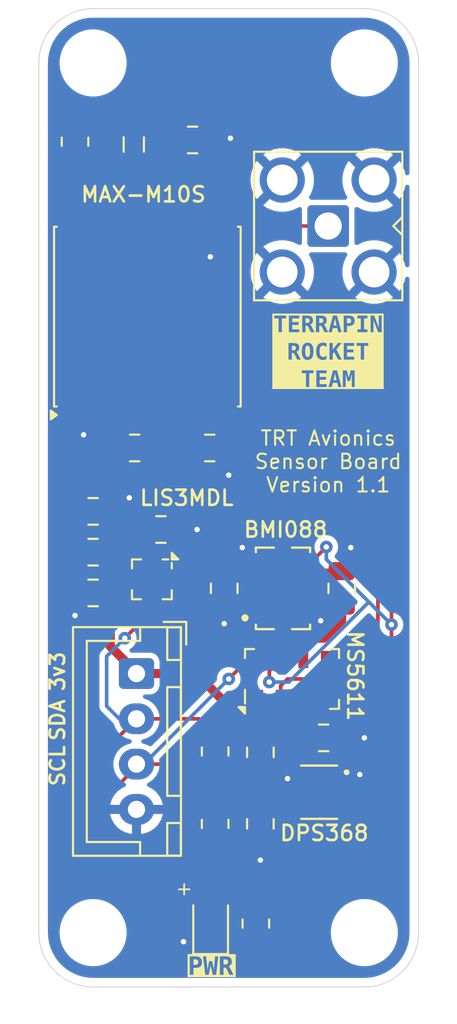
<source format=kicad_pcb>
(kicad_pcb (version 20240108) (generator "pcbnew") (generator_version "8.0")
  (layers (0 "F.Cu" signal) (31 "B.Cu" signal) (34 "B.Paste" user) (35 "F.Paste" user) (36 "B.SilkS" user "B.Silkscreen") (37 "F.SilkS" user "F.Silkscreen") (38 "B.Mask" user) (39 "F.Mask" user) (44 "Edge.Cuts" user))
  (net 0 "")
  (net 1 "GND")
  (net 2 "+3.3V")
  (net 3 "/RF_IN")
  (net 4 "/Antenna Power")
  (net 5 "Net-(U2-C1)")
  (net 7 "/VCC_RF")
  (net 13 "SCL1")
  (net 14 "SDA1")
  (net 27 "Net-(D1-A)")
  (footprint "Capacitor_SMD:C_0805_2012Metric" (layer "F.Cu") (at 99.25 79 -90)
    (property "Reference" "C3" (hide yes))
    (property "Value" "100n")
    (fp_line (start -0.261252 0.735) (end 0.261252 0.735) (stroke (width 0.12)) (layer "F.SilkS"))
    (fp_line (start -0.261252 -0.735) (end 0.261252 -0.735) (stroke (width 0.12)) (layer "F.SilkS"))
    (pad "1" smd roundrect (at -0.95 0 270) (size 1 1.45) (layers "F.Cu" "F.Paste" "F.Mask") (net 2 "+3.3V"))
    (pad "2" smd roundrect (at 0.95 0 270) (size 1 1.45) (layers "F.Cu" "F.Paste" "F.Mask") (net 1 "GND"))
  )
  (footprint "LED_SMD:LED_0805_2012Metric" (layer "F.Cu") (at 98.5 97.5 90)
    (property "Reference" "D1" (hide yes))
    (property "Value" "PWR" (hide yes))
    (fp_line (start 1 -0.96) (end -1.685 -0.96) (stroke (width 0.12)) (layer "F.SilkS"))
    (fp_line (start -1.685 -0.96) (end -1.685 0.96) (stroke (width 0.12)) (layer "F.SilkS"))
    (fp_line (start -1.685 0.96) (end 1 0.96) (stroke (width 0.12)) (layer "F.SilkS"))
    (pad "1" smd roundrect (at -0.9375 0 90) (size 0.975 1.4) (layers "F.Cu" "F.Paste" "F.Mask") (net 1 "GND"))
    (pad "2" smd roundrect (at 0.9375 0 90) (size 0.975 1.4) (layers "F.Cu" "F.Paste" "F.Mask") (net 27 "Net-(D1-A)"))
  )
  (footprint "BMI088:PQFN50P450X300X100-16N" (layer "F.Cu") (at 102.5 79 90)
    (property "Reference" "U1" (hide yes))
    (property "Value" "BMI088")
    (fp_line (start 2.25 -1.5) (end 2 -1.5) (stroke (width 0.127)) (layer "F.SilkS"))
    (fp_line (start -2.25 -1.5) (end -2 -1.5) (stroke (width 0.127)) (layer "F.SilkS"))
    (fp_line (start 2.25 -0.5) (end 2.25 -1.5) (stroke (width 0.127)) (layer "F.SilkS"))
    (fp_line (start -2.25 -0.5) (end -2.25 -1.5) (stroke (width 0.127)) (layer "F.SilkS"))
    (fp_line (start 2.25 0.5) (end 2.25 1.5) (stroke (width 0.127)) (layer "F.SilkS"))
    (fp_line (start 2.25 1.5) (end 2 1.5) (stroke (width 0.127)) (layer "F.SilkS"))
    (fp_line (start -2 1.5) (end -2.25 1.5) (stroke (width 0.127)) (layer "F.SilkS"))
    (fp_line (start -2.25 1.5) (end -2.25 0.5) (stroke (width 0.127)) (layer "F.SilkS"))
    (fp_circle (center -1.629 -2.1) (end -1.529 -2.1) (stroke (width 0.2)) (fill none) (layer "F.SilkS"))
    (pad "1" smd rect (at -1.5 -1.165 90) (size 0.35 0.59) (layers "F.Cu" "F.Paste" "F.Mask"))
    (pad "2" smd rect (at -1 -1.165 90) (size 0.35 0.59) (layers "F.Cu" "F.Paste" "F.Mask") (net 1 "GND"))
    (pad "3" smd rect (at -0.5 -1.165 90) (size 0.35 0.59) (layers "F.Cu" "F.Paste" "F.Mask") (net 2 "+3.3V"))
    (pad "4" smd rect (at 0 -1.165 90) (size 0.35 0.59) (layers "F.Cu" "F.Paste" "F.Mask") (net 1 "GND"))
    (pad "5" smd rect (at 0.5 -1.165 90) (size 0.35 0.59) (layers "F.Cu" "F.Paste" "F.Mask"))
    (pad "6" smd rect (at 1 -1.165 90) (size 0.35 0.59) (layers "F.Cu" "F.Paste" "F.Mask") (net 1 "GND"))
    (pad "7" smd rect (at 1.5 -1.165 90) (size 0.35 0.59) (layers "F.Cu" "F.Paste" "F.Mask") (net 2 "+3.3V"))
    (pad "8" smd rect (at 1.915 0 90) (size 0.59 0.35) (layers "F.Cu" "F.Paste" "F.Mask") (net 13 "SCL1"))
    (pad "9" smd rect (at 1.5 1.165 90) (size 0.35 0.59) (layers "F.Cu" "F.Paste" "F.Mask") (net 14 "SDA1"))
    (pad "10" smd rect (at 1 1.165 90) (size 0.35 0.59) (layers "F.Cu" "F.Paste" "F.Mask") (net 1 "GND"))
    (pad "11" smd rect (at 0.5 1.165 90) (size 0.35 0.59) (layers "F.Cu" "F.Paste" "F.Mask") (net 2 "+3.3V"))
    (pad "12" smd rect (at 0 1.165 90) (size 0.35 0.59) (layers "F.Cu" "F.Paste" "F.Mask"))
    (pad "13" smd rect (at -0.5 1.165 90) (size 0.35 0.59) (layers "F.Cu" "F.Paste" "F.Mask"))
    (pad "14" smd rect (at -1 1.165 90) (size 0.35 0.59) (layers "F.Cu" "F.Paste" "F.Mask") (net 2 "+3.3V"))
    (pad "15" smd rect (at -1.5 1.165 90) (size 0.35 0.59) (layers "F.Cu" "F.Paste" "F.Mask") (net 1 "GND"))
    (pad "16" smd rect (at -1.915 0 90) (size 0.59 0.35) (layers "F.Cu" "F.Paste" "F.Mask"))
  )
  (footprint "Capacitor_SMD:C_0805_2012Metric" (layer "F.Cu") (at 104.75 87.25)
    (property "Reference" "C10" (hide yes))
    (property "Value" "100n")
    (fp_line (start -0.261252 -0.735) (end 0.261252 -0.735) (stroke (width 0.12)) (layer "F.SilkS"))
    (fp_line (start -0.261252 0.735) (end 0.261252 0.735) (stroke (width 0.12)) (layer "F.SilkS"))
    (pad "1" smd roundrect (at -0.95 0) (size 1 1.45) (layers "F.Cu" "F.Paste" "F.Mask") (net 2 "+3.3V"))
    (pad "2" smd roundrect (at 0.95 0) (size 1 1.45) (layers "F.Cu" "F.Paste" "F.Mask") (net 1 "GND"))
  )
  (footprint "MountingHole:MountingHole_3.2mm_M3" (layer "F.Cu") (at 92 50)
    (property "Reference" "H2" (hide yes))
    (property "Value" "MountingHole")
    (pad "" np_thru_hole circle (at 0 0) (size 3.2 3.2) (drill 3.2) (layers "*.Cu" "*.Mask"))
  )
  (footprint "Capacitor_SMD:C_0805_2012Metric" (layer "F.Cu") (at 95.75 75.75)
    (property "Reference" "C9" (hide yes))
    (property "Value" "100n")
    (fp_line (start -0.261252 -0.735) (end 0.261252 -0.735) (stroke (width 0.12)) (layer "F.SilkS"))
    (fp_line (start -0.261252 0.735) (end 0.261252 0.735) (stroke (width 0.12)) (layer "F.SilkS"))
    (pad "1" smd roundrect (at -0.95 0) (size 1 1.45) (layers "F.Cu" "F.Paste" "F.Mask") (net 5 "Net-(U2-C1)"))
    (pad "2" smd roundrect (at 0.95 0) (size 1 1.45) (layers "F.Cu" "F.Paste" "F.Mask") (net 1 "GND"))
  )
  (footprint "Inductor_SMD:L_0805_2012Metric" (layer "F.Cu") (at 94.25 54.5 -90)
    (property "Reference" "L1" (hide yes))
    (property "Value" "27n")
    (fp_line (start -0.399622 0.56) (end 0.399622 0.56) (stroke (width 0.12)) (layer "F.SilkS"))
    (fp_line (start -0.399622 -0.56) (end 0.399622 -0.56) (stroke (width 0.12)) (layer "F.SilkS"))
    (pad "1" smd roundrect (at -1.0625 0 270) (size 0.875 1.2) (layers "F.Cu" "F.Paste" "F.Mask") (net 4 "/Antenna Power"))
    (pad "2" smd roundrect (at 1.0625 0 270) (size 0.875 1.2) (layers "F.Cu" "F.Paste" "F.Mask") (net 3 "/RF_IN"))
  )
  (footprint "Capacitor_SMD:C_0805_2012Metric" (layer "F.Cu") (at 97.5 54.25)
    (property "Reference" "C8" (hide yes))
    (property "Value" "10n")
    (fp_line (start -0.261252 -0.735) (end 0.261252 -0.735) (stroke (width 0.12)) (layer "F.SilkS"))
    (fp_line (start -0.261252 0.735) (end 0.261252 0.735) (stroke (width 0.12)) (layer "F.SilkS"))
    (pad "1" smd roundrect (at -0.95 0) (size 1 1.45) (layers "F.Cu" "F.Paste" "F.Mask") (net 4 "/Antenna Power"))
    (pad "2" smd roundrect (at 0.95 0) (size 1 1.45) (layers "F.Cu" "F.Paste" "F.Mask") (net 1 "GND"))
  )
  (footprint "Resistor_SMD:R_0805_2012Metric" (layer "F.Cu") (at 101 97.5 90)
    (property "Reference" "R2" (hide yes))
    (property "Value" "2k")
    (fp_line (start -0.227064 -0.735) (end 0.227064 -0.735) (stroke (width 0.12)) (layer "F.SilkS"))
    (fp_line (start -0.227064 0.735) (end 0.227064 0.735) (stroke (width 0.12)) (layer "F.SilkS"))
    (pad "1" smd roundrect (at -0.9125 0 90) (size 1.025 1.4) (layers "F.Cu" "F.Paste" "F.Mask") (roundrect_rratio 0.243902) (net 2 "+3.3V"))
    (pad "2" smd roundrect (at 0.9125 0 90) (size 1.025 1.4) (layers "F.Cu" "F.Paste" "F.Mask") (roundrect_rratio 0.243902) (net 27 "Net-(D1-A)"))
  )
  (footprint "MountingHole:MountingHole_3.2mm_M3" (layer "F.Cu") (at 107 98)
    (property "Reference" "H4" (hide yes))
    (property "Value" "MountingHole")
    (pad "" np_thru_hole circle (at 0 0) (size 3.2 3.2) (drill 3.2) (layers "*.Cu" "*.Mask"))
  )
  (footprint "Capacitor_SMD:C_0805_2012Metric" (layer "F.Cu") (at 92 79.25 180)
    (property "Reference" "C6" (hide yes))
    (property "Value" "100n")
    (fp_line (start -0.261252 0.735) (end 0.261252 0.735) (stroke (width 0.12)) (layer "F.SilkS"))
    (fp_line (start -0.261252 -0.735) (end 0.261252 -0.735) (stroke (width 0.12)) (layer "F.SilkS"))
    (pad "1" smd roundrect (at -0.95 0 180) (size 1 1.45) (layers "F.Cu" "F.Paste" "F.Mask") (net 2 "+3.3V"))
    (pad "2" smd roundrect (at 0.95 0 180) (size 1 1.45) (layers "F.Cu" "F.Paste" "F.Mask") (net 1 "GND"))
  )
  (footprint "Resistor_SMD:R_0805_2012Metric" (layer "F.Cu") (at 98.75 88 90)
    (property "Reference" "R3" (hide yes))
    (property "Value" "4k7")
    (fp_line (start -0.227064 -0.735) (end 0.227064 -0.735) (stroke (width 0.12)) (layer "F.SilkS"))
    (fp_line (start -0.227064 0.735) (end 0.227064 0.735) (stroke (width 0.12)) (layer "F.SilkS"))
    (pad "1" smd roundrect (at -0.9125 0 90) (size 1.025 1.4) (layers "F.Cu" "F.Paste" "F.Mask") (roundrect_rratio 0.243902) (net 2 "+3.3V"))
    (pad "2" smd roundrect (at 0.9125 0 90) (size 1.025 1.4) (layers "F.Cu" "F.Paste" "F.Mask") (roundrect_rratio 0.243902) (net 14 "SDA1"))
  )
  (footprint "Capacitor_SMD:C_0805_2012Metric" (layer "F.Cu") (at 94.3 71.25 180)
    (property "Reference" "C2" (hide yes))
    (property "Value" "100n")
    (fp_line (start -0.261252 0.735) (end 0.261252 0.735) (stroke (width 0.12)) (layer "F.SilkS"))
    (fp_line (start -0.261252 -0.735) (end 0.261252 -0.735) (stroke (width 0.12)) (layer "F.SilkS"))
    (pad "1" smd roundrect (at -0.95 0 180) (size 1 1.45) (layers "F.Cu" "F.Paste" "F.Mask") (net 2 "+3.3V"))
    (pad "2" smd roundrect (at 0.95 0 180) (size 1 1.45) (layers "F.Cu" "F.Paste" "F.Mask") (net 1 "GND"))
  )
  (footprint "Package_LGA:LGA-8_3x5mm_P1.25mm" (layer "F.Cu") (at 103 84 90)
    (property "Reference" "U4" (hide yes))
    (property "Value" "MS5611-01BA")
    (fp_line (start 1.65 -2.6) (end 1.65 -2.1) (stroke (width 0.12)) (layer "F.SilkS"))
    (fp_line (start 1.15 -2.6) (end 1.65 -2.6) (stroke (width 0.12)) (layer "F.SilkS"))
    (fp_line (start -1.35 -2.6) (end -0.6 -2.6) (stroke (width 0.12)) (layer "F.SilkS"))
    (fp_line (start 1.65 2.1) (end 1.65 2.6) (stroke (width 0.12)) (layer "F.SilkS"))
    (fp_line (start 1.65 2.6) (end 1.15 2.6) (stroke (width 0.12)) (layer "F.SilkS"))
    (fp_line (start -1.15 2.6) (end -1.65 2.6) (stroke (width 0.12)) (layer "F.SilkS"))
    (fp_line (start -1.65 2.6) (end -1.65 2.1) (stroke (width 0.12)) (layer "F.SilkS"))
    (fp_poly (pts (xy -1.55 -2.6) (xy -1.91 -2.6) (xy -1.55 -2.96) (xy -1.55 -2.6)) (stroke (width 0.12)) (fill solid) (layer "F.SilkS"))
    (pad "1" smd rect (at -1.075 -1.875 90) (size 0.95 0.55) (layers "F.Cu" "F.Paste" "F.Mask") (net 2 "+3.3V"))
    (pad "2" smd rect (at -1.075 -0.625 90) (size 0.95 0.55) (layers "F.Cu" "F.Paste" "F.Mask") (net 2 "+3.3V"))
    (pad "3" smd rect (at -1.075 0.625 90) (size 0.95 0.55) (layers "F.Cu" "F.Paste" "F.Mask") (net 1 "GND"))
    (pad "4" smd rect (at -1.075 1.875 90) (size 0.95 0.55) (layers "F.Cu" "F.Paste" "F.Mask") (net 2 "+3.3V"))
    (pad "5" smd rect (at 1.075 1.875 90) (size 0.95 0.55) (layers "F.Cu" "F.Paste" "F.Mask") (net 2 "+3.3V"))
    (pad "6" smd rect (at 1.075 0.625 90) (size 0.95 0.55) (layers "F.Cu" "F.Paste" "F.Mask"))
    (pad "7" smd rect (at 1.075 -0.625 90) (size 0.95 0.55) (layers "F.Cu" "F.Paste" "F.Mask") (net 14 "SDA1"))
    (pad "8" smd rect (at 1.075 -1.875 90) (size 0.95 0.55) (layers "F.Cu" "F.Paste" "F.Mask") (net 13 "SCL1"))
  )
  (footprint "Capacitor_SMD:C_0805_2012Metric" (layer "F.Cu") (at 101.25 88.05 -90)
    (property "Reference" "C12" (hide yes))
    (property "Value" "100n")
    (fp_line (start -0.261252 0.735) (end 0.261252 0.735) (stroke (width 0.12)) (layer "F.SilkS"))
    (fp_line (start -0.261252 -0.735) (end 0.261252 -0.735) (stroke (width 0.12)) (layer "F.SilkS"))
    (pad "1" smd roundrect (at -0.95 0 270) (size 1 1.45) (layers "F.Cu" "F.Paste" "F.Mask") (net 2 "+3.3V"))
    (pad "2" smd roundrect (at 0.95 0 270) (size 1 1.45) (layers "F.Cu" "F.Paste" "F.Mask") (net 1 "GND"))
  )
  (footprint "Connector_JST:JST_XH_B4B-XH-A_1x04_P2.50mm_Vertical" (layer "F.Cu") (at 94.4 83.7 -90)
    (property "Reference" "J1" (hide yes))
    (property "Value" "I2C")
    (fp_line (start -2.56 3.51) (end 10.06 3.51) (stroke (width 0.12)) (layer "F.SilkS"))
    (fp_line (start 10.06 3.51) (end 10.06 -2.46) (stroke (width 0.12)) (layer "F.SilkS"))
    (fp_line (start -1.8 2.75) (end 3.75 2.75) (stroke (width 0.12)) (layer "F.SilkS"))
    (fp_line (start 9.3 2.75) (end 3.75 2.75) (stroke (width 0.12)) (layer "F.SilkS"))
    (fp_line (start -2.55 -0.2) (end -1.8 -0.2) (stroke (width 0.12)) (layer "F.SilkS"))
    (fp_line (start -1.8 -0.2) (end -1.8 2.75) (stroke (width 0.12)) (layer "F.SilkS"))
    (fp_line (start 9.3 -0.2) (end 9.3 2.75) (stroke (width 0.12)) (layer "F.SilkS"))
    (fp_line (start 10.05 -0.2) (end 9.3 -0.2) (stroke (width 0.12)) (layer "F.SilkS"))
    (fp_line (start -2.55 -1.7) (end -0.75 -1.7) (stroke (width 0.12)) (layer "F.SilkS"))
    (fp_line (start -0.75 -1.7) (end -0.75 -2.45) (stroke (width 0.12)) (layer "F.SilkS"))
    (fp_line (start 0.75 -1.7) (end 6.75 -1.7) (stroke (width 0.12)) (layer "F.SilkS"))
    (fp_line (start 6.75 -1.7) (end 6.75 -2.45) (stroke (width 0.12)) (layer "F.SilkS"))
    (fp_line (start 8.25 -1.7) (end 10.05 -1.7) (stroke (width 0.12)) (layer "F.SilkS"))
    (fp_line (start 10.05 -1.7) (end 10.05 -2.45) (stroke (width 0.12)) (layer "F.SilkS"))
    (fp_line (start -2.55 -2.45) (end -2.55 -1.7) (stroke (width 0.12)) (layer "F.SilkS"))
    (fp_line (start -0.75 -2.45) (end -2.55 -2.45) (stroke (width 0.12)) (layer "F.SilkS"))
    (fp_line (start 0.75 -2.45) (end 0.75 -1.7) (stroke (width 0.12)) (layer "F.SilkS"))
    (fp_line (start 6.75 -2.45) (end 0.75 -2.45) (stroke (width 0.12)) (layer "F.SilkS"))
    (fp_line (start 8.25 -2.45) (end 8.25 -1.7) (stroke (width 0.12)) (layer "F.SilkS"))
    (fp_line (start 10.05 -2.45) (end 8.25 -2.45) (stroke (width 0.12)) (layer "F.SilkS"))
    (fp_line (start -2.56 -2.46) (end -2.56 3.51) (stroke (width 0.12)) (layer "F.SilkS"))
    (fp_line (start 10.06 -2.46) (end -2.56 -2.46) (stroke (width 0.12)) (layer "F.SilkS"))
    (fp_line (start -2.85 -2.75) (end -2.85 -1.5) (stroke (width 0.12)) (layer "F.SilkS"))
    (fp_line (start -1.6 -2.75) (end -2.85 -2.75) (stroke (width 0.12)) (layer "F.SilkS"))
    (pad "1" thru_hole roundrect (at 0 0 270) (size 1.7 1.95) (drill 0.95) (layers "*.Cu" "*.Mask") (roundrect_rratio 0.147059) (net 2 "+3.3V"))
    (pad "2" thru_hole oval (at 2.5 0 270) (size 1.7 1.95) (drill 0.95) (layers "*.Cu" "*.Mask") (net 14 "SDA1"))
    (pad "3" thru_hole oval (at 5 0 270) (size 1.7 1.95) (drill 0.95) (layers "*.Cu" "*.Mask") (net 13 "SCL1"))
    (pad "4" thru_hole oval (at 7.5 0 270) (size 1.7 1.95) (drill 0.95) (layers "*.Cu" "*.Mask") (net 1 "GND"))
  )
  (footprint "MountingHole:MountingHole_3.2mm_M3" (layer "F.Cu") (at 92 98)
    (property "Reference" "H3" (hide yes))
    (property "Value" "MountingHole")
    (pad "" np_thru_hole circle (at 0 0) (size 3.2 3.2) (drill 3.2) (layers "*.Cu" "*.Mask"))
  )
  (footprint "Capacitor_SMD:C_0805_2012Metric" (layer "F.Cu") (at 105.75 79 90)
    (property "Reference" "C4" (hide yes))
    (property "Value" "100n")
    (fp_line (start -0.261252 -0.735) (end 0.261252 -0.735) (stroke (width 0.12)) (layer "F.SilkS"))
    (fp_line (start -0.261252 0.735) (end 0.261252 0.735) (stroke (width 0.12)) (layer "F.SilkS"))
    (pad "1" smd roundrect (at -0.95 0 90) (size 1 1.45) (layers "F.Cu" "F.Paste" "F.Mask") (net 2 "+3.3V"))
    (pad "2" smd roundrect (at 0.95 0 90) (size 1 1.45) (layers "F.Cu" "F.Paste" "F.Mask") (net 1 "GND"))
  )
  (footprint "Resistor_SMD:R_0805_2012Metric" (layer "F.Cu") (at 98.75 92 90)
    (property "Reference" "R4" (hide yes))
    (property "Value" "4k7")
    (fp_line (start -0.227064 -0.735) (end 0.227064 -0.735) (stroke (width 0.12)) (layer "F.SilkS"))
    (fp_line (start -0.227064 0.735) (end 0.227064 0.735) (stroke (width 0.12)) (layer "F.SilkS"))
    (pad "1" smd roundrect (at -0.9125 0 90) (size 1.025 1.4) (layers "F.Cu" "F.Paste" "F.Mask") (roundrect_rratio 0.243902) (net 2 "+3.3V"))
    (pad "2" smd roundrect (at 0.9125 0 90) (size 1.025 1.4) (layers "F.Cu" "F.Paste" "F.Mask") (roundrect_rratio 0.243902) (net 13 "SCL1"))
  )
  (footprint "Capacitor_SMD:C_0805_2012Metric" (layer "F.Cu") (at 92 77 180)
    (property "Reference" "C5" (hide yes))
    (property "Value" "100n")
    (fp_line (start -0.261252 0.735) (end 0.261252 0.735) (stroke (width 0.12)) (layer "F.SilkS"))
    (fp_line (start -0.261252 -0.735) (end 0.261252 -0.735) (stroke (width 0.12)) (layer "F.SilkS"))
    (pad "1" smd roundrect (at -0.95 0 180) (size 1 1.45) (layers "F.Cu" "F.Paste" "F.Mask") (net 2 "+3.3V"))
    (pad "2" smd roundrect (at 0.95 0 180) (size 1 1.45) (layers "F.Cu" "F.Paste" "F.Mask") (net 1 "GND"))
  )
  (footprint "Connector_Coaxial:SMA_Amphenol_901-143_Horizontal" (layer "F.Cu") (at 105 59 180)
    (property "Reference" "J2" (hide yes))
    (property "Value" "SMA")
    (fp_line (start 4.1 -4.1) (end 4.1 4.1) (stroke (width 0.12)) (layer "F.SilkS"))
    (fp_line (start -3.6 0) (end -4.1 -0.5) (stroke (width 0.12)) (layer "F.SilkS"))
    (fp_line (start -4.1 4.1) (end 4.1 4.1) (stroke (width 0.12)) (layer "F.SilkS"))
    (fp_line (start -4.1 0.5) (end -3.6 0) (stroke (width 0.12)) (layer "F.SilkS"))
    (fp_line (start -4.1 -4.1) (end 4.1 -4.1) (stroke (width 0.12)) (layer "F.SilkS"))
    (fp_line (start -4.1 -4.1) (end -4.1 4.1) (stroke (width 0.12)) (layer "F.SilkS"))
    (pad "1" thru_hole roundrect (at 0 0 180) (size 2.3 2.3) (drill 1.5) (layers "*.Cu" "*.Mask") (roundrect_rratio 0.087) (net 3 "/RF_IN"))
    (pad "2" thru_hole circle (at -2.54 -2.54 180) (size 2.5 2.5) (drill 1.7) (layers "*.Cu" "*.Mask") (net 1 "GND"))
    (pad "2" thru_hole circle (at -2.54 2.54 180) (size 2.5 2.5) (drill 1.7) (layers "*.Cu" "*.Mask") (net 1 "GND"))
    (pad "2" thru_hole circle (at 2.54 -2.54 180) (size 2.5 2.5) (drill 1.7) (layers "*.Cu" "*.Mask") (net 1 "GND"))
    (pad "2" thru_hole circle (at 2.54 2.54 180) (size 2.5 2.5) (drill 1.7) (layers "*.Cu" "*.Mask") (net 1 "GND"))
  )
  (footprint "RF_GPS:ublox_MAX" (layer "F.Cu") (at 95 64 90)
    (property "Reference" "U3" (hide yes))
    (property "Value" "MAX-M10S")
    (fp_line (start 4.96 -5.16) (end 4.96 -5.01) (stroke (width 0.12)) (layer "F.SilkS"))
    (fp_line (start -4.96 -5.16) (end 4.96 -5.16) (stroke (width 0.12)) (layer "F.SilkS"))
    (fp_line (start -4.96 -5.16) (end -4.96 -5.01) (stroke (width 0.12)) (layer "F.SilkS"))
    (fp_line (start 4.96 5.01) (end 4.96 5.16) (stroke (width 0.12)) (layer "F.SilkS"))
    (fp_line (start -4.96 5.01) (end -4.96 5.16) (stroke (width 0.12)) (layer "F.SilkS"))
    (fp_line (start -4.96 5.16) (end 4.96 5.16) (stroke (width 0.12)) (layer "F.SilkS"))
    (fp_poly (pts (xy -5.43 -5.01) (xy -5.67 -5.34) (xy -5.19 -5.34) (xy -5.43 -5.01)) (stroke (width 0.12)) (fill solid) (layer "F.SilkS"))
    (pad "1" smd roundrect (at -4.75 -4.4 90) (size 1.8 0.7) (layers "F.Cu" "F.Paste" "F.Mask") (net 1 "GND"))
    (pad "2" smd roundrect (at -4.75 -3.3 90) (size 1.8 0.8) (layers "F.Cu" "F.Paste" "F.Mask"))
    (pad "3" smd roundrect (at -4.75 -2.2 90) (size 1.8 0.8) (layers "F.Cu" "F.Paste" "F.Mask"))
    (pad "4" smd roundrect (at -4.75 -1.1 90) (size 1.8 0.8) (layers "F.Cu" "F.Paste" "F.Mask"))
    (pad "5" smd roundrect (at -4.75 0 90) (size 1.8 0.8) (layers "F.Cu" "F.Paste" "F.Mask"))
    (pad "6" smd roundrect (at -4.75 1.1 90) (size 1.8 0.8) (layers "F.Cu" "F.Paste" "F.Mask"))
    (pad "7" smd roundrect (at -4.75 2.2 90) (size 1.8 0.8) (layers "F.Cu" "F.Paste" "F.Mask") (net 2 "+3.3V"))
    (pad "8" smd roundrect (at -4.75 3.3 90) (size 1.8 0.8) (layers "F.Cu" "F.Paste" "F.Mask") (net 2 "+3.3V"))
    (pad "9" smd roundrect (at -4.75 4.4 90) (size 1.8 0.7) (layers "F.Cu" "F.Paste" "F.Mask"))
    (pad "10" smd roundrect (at 4.75 4.4 90) (size 1.8 0.7) (layers "F.Cu" "F.Paste" "F.Mask") (net 1 "GND"))
    (pad "11" smd roundrect (at 4.75 3.3 90) (size 1.8 0.8) (layers "F.Cu" "F.Paste" "F.Mask") (net 3 "/RF_IN"))
    (pad "12" smd roundrect (at 4.75 2.2 90) (size 1.8 0.8) (layers "F.Cu" "F.Paste" "F.Mask") (net 1 "GND"))
    (pad "13" smd roundrect (at 4.75 1.1 90) (size 1.8 0.8) (layers "F.Cu" "F.Paste" "F.Mask"))
    (pad "14" smd roundrect (at 4.75 0 90) (size 1.8 0.8) (layers "F.Cu" "F.Paste" "F.Mask") (net 7 "/VCC_RF"))
    (pad "15" smd roundrect (at 4.75 -1.1 90) (size 1.8 0.8) (layers "F.Cu" "F.Paste" "F.Mask"))
    (pad "16" smd roundrect (at 4.75 -2.2 90) (size 1.8 0.8) (layers "F.Cu" "F.Paste" "F.Mask") (net 14 "SDA1"))
    (pad "17" smd roundrect (at 4.75 -3.3 90) (size 1.8 0.8) (layers "F.Cu" "F.Paste" "F.Mask") (net 13 "SCL1"))
    (pad "18" smd roundrect (at 4.75 -4.4 90) (size 1.8 0.7) (layers "F.Cu" "F.Paste" "F.Mask"))
  )
  (footprint "Capacitor_SMD:C_0805_2012Metric" (layer "F.Cu") (at 92 74.75)
    (property "Reference" "C7" (hide yes))
    (property "Value" "1u")
    (fp_line (start -0.261252 -0.735) (end 0.261252 -0.735) (stroke (width 0.12)) (layer "F.SilkS"))
    (fp_line (start -0.261252 0.735) (end 0.261252 0.735) (stroke (width 0.12)) (layer "F.SilkS"))
    (pad "1" smd roundrect (at -0.95 0) (size 1 1.45) (layers "F.Cu" "F.Paste" "F.Mask") (net 2 "+3.3V"))
    (pad "2" smd roundrect (at 0.95 0) (size 1 1.45) (layers "F.Cu" "F.Paste" "F.Mask") (net 1 "GND"))
  )
  (footprint "Resistor_SMD:R_0805_2012Metric" (layer "F.Cu") (at 91 54.35 90)
    (property "Reference" "R1" (hide yes))
    (property "Value" "10R")
    (fp_line (start -0.227064 -0.735) (end 0.227064 -0.735) (stroke (width 0.12)) (layer "F.SilkS"))
    (fp_line (start -0.227064 0.735) (end 0.227064 0.735) (stroke (width 0.12)) (layer "F.SilkS"))
    (pad "1" smd roundrect (at -0.9125 0 90) (size 1.025 1.4) (layers "F.Cu" "F.Paste" "F.Mask") (roundrect_rratio 0.243902) (net 7 "/VCC_RF"))
    (pad "2" smd roundrect (at 0.9125 0 90) (size 1.025 1.4) (layers "F.Cu" "F.Paste" "F.Mask") (roundrect_rratio 0.243902) (net 4 "/Antenna Power"))
  )
  (footprint "DPS310XTSA1:XDCR_DPS310XTSA1" (layer "F.Cu") (at 104.5 90.25)
    (property "Reference" "U5" (hide yes))
    (property "Value" "DPS310")
    (fp_line (start -1 1.47) (end 1 1.47) (stroke (width 0.127)) (layer "F.SilkS"))
    (fp_line (start 1 -1.47) (end -1 -1.47) (stroke (width 0.127)) (layer "F.SilkS"))
    (fp_circle (center 1.52 -1.1) (end 1.6 -1.1) (stroke (width 0.16)) (fill none) (layer "F.SilkS"))
    (pad "1" smd rect (at 0.725 -0.975) (size 0.35 0.35) (layers "F.Cu" "F.Mask") (net 1 "GND"))
    (pad "2" smd rect (at 0.725 -0.325) (size 0.35 0.35) (layers "F.Cu" "F.Mask"))
    (pad "3" smd rect (at 0.725 0.325) (size 0.35 0.35) (layers "F.Cu" "F.Mask") (net 14 "SDA1"))
    (pad "4" smd rect (at 0.725 0.975) (size 0.35 0.35) (layers "F.Cu" "F.Mask") (net 13 "SCL1"))
    (pad "5" smd rect (at -0.725 0.975) (size 0.35 0.35) (layers "F.Cu" "F.Mask") (net 2 "+3.3V"))
    (pad "6" smd rect (at -0.725 0.325) (size 0.35 0.35) (layers "F.Cu" "F.Mask") (net 2 "+3.3V"))
    (pad "7" smd rect (at -0.725 -0.325) (size 0.35 0.35) (layers "F.Cu" "F.Mask") (net 1 "GND"))
    (pad "8" smd rect (at -0.725 -0.975) (size 0.35 0.35) (layers "F.Cu" "F.Mask") (net 2 "+3.3V"))
  )
  (footprint "MountingHole:MountingHole_3.2mm_M3" (layer "F.Cu") (at 107 50)
    (property "Reference" "H1" (hide yes))
    (property "Value" "MountingHole")
    (pad "" np_thru_hole circle (at 0 0) (size 3.2 3.2) (drill 3.2) (layers "*.Cu" "*.Mask"))
  )
  (footprint "Capacitor_SMD:C_0805_2012Metric" (layer "F.Cu") (at 101.25 92 -90)
    (property "Reference" "C11" (hide yes))
    (property "Value" "100n")
    (fp_line (start -0.261252 0.735) (end 0.261252 0.735) (stroke (width 0.12)) (layer "F.SilkS"))
    (fp_line (start -0.261252 -0.735) (end 0.261252 -0.735) (stroke (width 0.12)) (layer "F.SilkS"))
    (pad "1" smd roundrect (at -0.95 0 270) (size 1 1.45) (layers "F.Cu" "F.Paste" "F.Mask") (net 2 "+3.3V"))
    (pad "2" smd roundrect (at 0.95 0 270) (size 1 1.45) (layers "F.Cu" "F.Paste" "F.Mask") (net 1 "GND"))
  )
  (footprint "Package_LGA:LGA-12_2x2mm_P0.5mm" (layer "F.Cu") (at 95.25 78.5 -90)
    (property "Reference" "U2" (hide yes))
    (property "Value" "LIS3MDL")
    (fp_line (start -1.1 1.1) (end -1.1 0.6) (stroke (width 0.12)) (layer "F.SilkS"))
    (fp_line (start -0.6 1.1) (end -1.1 1.1) (stroke (width 0.12)) (layer "F.SilkS"))
    (fp_line (start 0.6 1.1) (end 0.6 1.1) (stroke (width 0.12)) (layer "F.SilkS"))
    (fp_line (start 1.1 1.1) (end 0.6 1.1) (stroke (width 0.12)) (layer "F.SilkS"))
    (fp_line (start -1.1 0.6) (end -1.1 0.6) (stroke (width 0.12)) (layer "F.SilkS"))
    (fp_line (start 1.1 0.6) (end 1.1 1.1) (stroke (width 0.12)) (layer "F.SilkS"))
    (fp_line (start -1.1 -0.6) (end -1.1 -0.9) (stroke (width 0.12)) (layer "F.SilkS"))
    (fp_line (start 1.1 -0.6) (end 1.1 -0.6) (stroke (width 0.12)) (layer "F.SilkS"))
    (fp_line (start -1.1 -1.1) (end -1.1 -1.1) (stroke (width 0.12)) (layer "F.SilkS"))
    (fp_line (start -0.6 -1.1) (end -0.9 -1.1) (stroke (width 0.12)) (layer "F.SilkS"))
    (fp_line (start 0.6 -1.1) (end 1.1 -1.1) (stroke (width 0.12)) (layer "F.SilkS"))
    (fp_line (start 1.1 -1.1) (end 1.1 -0.6) (stroke (width 0.12)) (layer "F.SilkS"))
    (fp_poly (pts (xy -1.1 -1.1) (xy -1.46 -1.1) (xy -1.1 -1.46) (xy -1.1 -1.1)) (stroke (width 0.12)) (fill solid) (layer "F.SilkS"))
    (pad "1" smd rect (at -0.7625 -0.75 270) (size 0.375 0.35) (layers "F.Cu" "F.Paste" "F.Mask") (net 13 "SCL1"))
    (pad "2" smd rect (at -0.7625 -0.25 270) (size 0.375 0.35) (layers "F.Cu" "F.Paste" "F.Mask") (net 1 "GND"))
    (pad "3" smd rect (at -0.7625 0.25 270) (size 0.375 0.35) (layers "F.Cu" "F.Paste" "F.Mask") (net 1 "GND"))
    (pad "4" smd rect (at -0.7625 0.75 270) (size 0.375 0.35) (layers "F.Cu" "F.Paste" "F.Mask") (net 5 "Net-(U2-C1)"))
    (pad "5" smd rect (at -0.25 0.7625) (size 0.375 0.35) (layers "F.Cu" "F.Paste" "F.Mask") (net 2 "+3.3V"))
    (pad "6" smd rect (at 0.25 0.7625) (size 0.375 0.35) (layers "F.Cu" "F.Paste" "F.Mask") (net 2 "+3.3V"))
    (pad "7" smd rect (at 0.7625 0.75 270) (size 0.375 0.35) (layers "F.Cu" "F.Paste" "F.Mask"))
    (pad "8" smd rect (at 0.7625 0.25 270) (size 0.375 0.35) (layers "F.Cu" "F.Paste" "F.Mask"))
    (pad "9" smd rect (at 0.7625 -0.25 270) (size 0.375 0.35) (layers "F.Cu" "F.Paste" "F.Mask") (net 1 "GND"))
    (pad "10" smd rect (at 0.7625 -0.75 270) (size 0.375 0.35) (layers "F.Cu" "F.Paste" "F.Mask") (net 2 "+3.3V"))
    (pad "11" smd rect (at 0.25 -0.7625) (size 0.375 0.35) (layers "F.Cu" "F.Paste" "F.Mask") (net 14 "SDA1"))
    (pad "12" smd rect (at -0.25 -0.7625) (size 0.375 0.35) (layers "F.Cu" "F.Paste" "F.Mask") (net 1 "GND"))
  )
  (footprint "Capacitor_SMD:C_0805_2012Metric" (layer "F.Cu") (at 98.45 71.25)
    (property "Reference" "C1" (hide yes))
    (property "Value" "100n" (hide yes))
    (fp_line (start -0.261252 -0.735) (end 0.261252 -0.735) (stroke (width 0.12)) (layer "F.SilkS"))
    (fp_line (start -0.261252 0.735) (end 0.261252 0.735) (stroke (width 0.12)) (layer "F.SilkS"))
    (pad "1" smd roundrect (at -0.95 0) (size 1 1.45) (layers "F.Cu" "F.Paste" "F.Mask") (net 2 "+3.3V"))
    (pad "2" smd roundrect (at 0.95 0) (size 1 1.45) (layers "F.Cu" "F.Paste" "F.Mask") (net 1 "GND"))
  )
  (gr_line (start 107 47) (end 92 47) (stroke (width 0.05)) (layer "Edge.Cuts"))
  (gr_arc (start 89 50) (mid 89.87868 47.87868) (end 92 47) (stroke (width 0.05)) (layer "Edge.Cuts"))
  (gr_arc (start 92 101) (mid 89.87868 100.12132) (end 89 98) (stroke (width 0.05)) (layer "Edge.Cuts"))
  (gr_arc (start 107 47) (mid 109.12132 47.87868) (end 110 50) (stroke (width 0.05)) (layer "Edge.Cuts"))
  (gr_line (start 92 101) (end 107 101) (stroke (width 0.05)) (layer "Edge.Cuts"))
  (gr_arc (start 110 98) (mid 109.12132 100.12132) (end 107 101) (stroke (width 0.05)) (layer "Edge.Cuts"))
  (gr_line (start 89 50) (end 89 98) (stroke (width 0.05)) (layer "Edge.Cuts"))
  (gr_line (start 110 98) (end 110 50) (stroke (width 0.05)) (layer "Edge.Cuts"))
  (gr_text "SDA" (at 90.5 87.5 90) (layer "F.SilkS") (effects (font (size 0.8 0.8) (thickness 0.153)) (justify left bottom)))
  (gr_text "+" (at 96.5 96 0) (layer "F.SilkS") (effects (font (size 0.7634 0.7634) (thickness 0.095425)) (justify left bottom)))
  (gr_text "LIS3MDL\n" (at 94.5 74.5 0) (layer "F.SilkS") (effects (font (size 0.8396 0.8396) (thickness 0.1464) (bold yes)) (justify left bottom)))
  (gr_text "DPS368" (at 102.25 93 0) (layer "F.SilkS") (effects (font (size 0.8396 0.8396) (thickness 0.1464) (bold yes)) (justify left bottom)))
  (gr_text "SCL" (at 90.5 90 90) (layer "F.SilkS") (effects (font (size 0.8 0.8) (thickness 0.153)) (justify left bottom)))
  (gr_text "3v3" (at 90.5 84.75 90) (layer "F.SilkS") (effects (font (size 0.8 0.8) (thickness 0.153)) (justify left bottom)))
  (gr_text "PWR" (at 98.5 100.5 0) (layer "F.SilkS" knockout) (effects (font (size 1 1) (thickness 0.25) (bold yes)) (justify bottom)))
  (gr_text "MS5611\n" (at 106 81.25 270) (layer "F.SilkS") (effects (font (size 0.8396 0.8396) (thickness 0.1464) (bold yes)) (justify left bottom)))
  (gr_text "MAX-M10S" (at 91.25 57.75 0) (layer "F.SilkS") (effects (font (size 0.8396 0.8396) (thickness 0.1464)) (justify left bottom)))
  (gr_text "BMI088" (at 100.25 76.25 0) (layer "F.SilkS") (effects (font (size 0.8396 0.8396) (thickness 0.1464) (bold yes)) (justify left bottom)))
  (gr_text "TERRAPIN\nROCKET\nTEAM" (at 105 66 0) (layer "F.SilkS" knockout) (effects (font (size 0.9 0.9) (thickness 0.225) (bold yes))))
  (gr_text "TRT Avionics\nSensor Board\nVersion 1.1" (at 105 72 0) (layer "F.SilkS") (effects (font (size 0.8 0.8) (thickness 0.1125))))
  (segment (start 101.25 89) (end 102.25 89) (width 0.2) (layer "F.Cu") (net 1))
  (segment (start 103.175 89.925) (end 103.775 89.925) (width 0.2) (layer "F.Cu") (net 1))
  (segment (start 99.4 60.15) (end 99.4 59.25) (width 0.5) (layer "F.Cu") (net 1))
  (segment (start 98.54375 54.15625) (end 99.59375 54.15625) (width 0.2) (layer "F.Cu") (net 1))
  (segment (start 91.05 80.45) (end 91 80.5) (width 0.5) (layer "F.Cu") (net 1))
  (segment (start 107 87.25) (end 105.7 87.25) (width 0.5) (layer "F.Cu") (net 1))
  (segment (start 101.335 78) (end 100.5 78) (width 0.2) (layer "F.Cu") (net 1))
  (segment (start 95.55 78.25) (end 95.5 78.2) (width 0.2) (layer "F.Cu") (net 1))
  (segment (start 97.2 59.25) (end 97.2 59.97478) (width 0.5) (layer "F.Cu") (net 1))
  (segment (start 96.7 75.75) (end 97.75 75.75) (width 0.2) (layer "F.Cu") (net 1))
  (segment (start 90.6 69.65) (end 92.2 71.25) (width 0.5) (layer "F.Cu") (net 1))
  (segment (start 98.95 60.6) (end 99.4 60.15) (width 0.5) (layer "F.Cu") (net 1))
  (segment (start 100.5 77) (end 100.5 78.734314) (width 0.2) (layer "F.Cu") (net 1))
  (segment (start 100.5 77) (end 100.25 76.75) (width 0.2) (layer "F.Cu") (net 1))
  (segment (start 96.0125 78.25) (end 95.55 78.25) (width 0.2) (layer "F.Cu") (net 1))
  (segment (start 91.05 77) (end 91.05 79.25) (width 0.5) (layer "F.Cu") (net 1))
  (segment (start 104.3 86.05) (end 104.3 85.3) (width 0.2) (layer "F.Cu") (net 1))
  (segment (start 104.075 85.075) (end 103.625 85.075) (width 0.2) (layer "F.Cu") (net 1))
  (segment (start 99.4 71.25) (end 99.4 72.65) (width 0.5) (layer "F.Cu") (net 1))
  (segment (start 105.7 78) (end 105.75 78.05) (width 0.19) (layer "F.Cu") (net 1))
  (segment (start 97 98.5) (end 98.5 98.5) (width 0.5) (layer "F.Cu") (net 1))
  (segment (start 92.95 74.75) (end 93.25 74.75) (width 0.5) (layer "F.Cu") (net 1))
  (segment (start 98.5 60.682177) (end 98.482177 60.7) (width 0.5) (layer "F.Cu") (net 1))
  (segment (start 98.5 60.6) (end 98.5 60.682177) (width 0.5) (layer "F.Cu") (net 1))
  (segment (start 98.5 60.6) (end 98.95 60.6) (width 0.5) (layer "F.Cu") (net 1))
  (segment (start 105.7 86.95) (end 105 86.25) (width 0.2) (layer "F.Cu") (net 1))
  (segment (start 99.4 72.65) (end 99.5 72.75) (width 0.5) (layer "F.Cu") (net 1))
  (segment (start 102.25 89) (end 103.175 89.925) (width 0.2) (layer "F.Cu") (net 1))
  (segment (start 91.05 79.25) (end 91.05 80.45) (width 0.5) (layer "F.Cu") (net 1))
  (segment (start 95.5 78.2) (end 95.5 77.7375) (width 0.2) (layer "F.Cu") (net 1))
  (segment (start 101.335 80) (end 99.3 80) (width 0.2) (layer "F.Cu") (net 1))
  (segment (start 95.5 79.2625) (end 95.5 77.7375) (width 0.2) (layer "F.Cu") (net 1))
  (segment (start 90.6 68.75) (end 90.6 69.65) (width 0.5) (layer "F.Cu") (net 1))
  (segment (start 93.25 74.75) (end 94 74) (width 0.5) (layer "F.Cu") (net 1))
  (segment (start 97.2 59.97478) (end 97.82522 60.6) (width 0.5) (layer "F.Cu") (net 1))
  (segment (start 104.3 80.5) (end 104.584314 80.784314) (width 0.2) (layer "F.Cu") (net 1))
  (segment (start 101.25 92.95) (end 101.25 94) (width 0.5) (layer "F.Cu") (net 1))
  (segment (start 103.665 80.5) (end 104.3 80.5) (width 0.2) (layer "F.Cu") (net 1))
  (segment (start 96.7 75.75) (end 95.5 76.95) (width 0.2) (layer "F.Cu") (net 1))
  (segment (start 97.82522 60.6) (end 98.5 60.6) (width 0.5) (layer "F.Cu") (net 1))
  (segment (start 100.5 78.734314) (end 100.765686 79) (width 0.2) (layer "F.Cu") (net 1))
  (segment (start 105.75 77.25) (end 106.25 76.75) (width 0.19) (layer "F.Cu") (net 1))
  (segment (start 100.765686 79) (end 101.335 79) (width 0.2) (layer "F.Cu") (net 1))
  (segment (start 95.5 76.95) (end 95.5 77.7375) (width 0.2) (layer "F.Cu") (net 1))
  (segment (start 92.2 71.25) (end 93.35 71.25) (width 0.5) (layer "F.Cu") (net 1))
  (segment (start 104.5 86.25) (end 104.3 86.05) (width 0.2) (layer "F.Cu") (net 1))
  (segment (start 106.75 89.275) (end 105.225 89.275) (width 0.2) (layer "F.Cu") (net 1))
  (segment (start 105 86.25) (end 104.5 86.25) (width 0.2) (layer "F.Cu") (net 1))
  (segment (start 95 77.7375) (end 95.5 77.7375) (width 0.2) (layer "F.Cu") (net 1))
  (segment (start 105.75 78.05) (end 105.75 77.25) (width 0.19) (layer "F.Cu") (net 1))
  (segment (start 103.665 78) (end 105.7 78) (width 0.19) (layer "F.Cu") (net 1))
  (segment (start 104.3 85.3) (end 104.075 85.075) (width 0.2) (layer "F.Cu") (net 1))
  (segment (start 99.25 79.95) (end 99.25 80.95) (width 0.2) (layer "F.Cu") (net 1))
  (via (at 100.25 76.75) (size 0.7) (drill 0.3) (layers "F.Cu" "B.Cu") (net 1))
  (via (at 94 74) (size 0.7) (drill 0.3) (layers "F.Cu" "B.Cu") (net 1))
  (via (at 104.584314 80.784314) (size 0.7) (drill 0.3) (layers "F.Cu" "B.Cu") (net 1))
  (via (at 91.475 70.525) (size 0.7) (drill 0.3) (layers "F.Cu" "B.Cu") (net 1))
  (via (at 99.5 72.75) (size 0.7) (drill 0.3) (layers "F.Cu" "B.Cu") (net 1))
  (via (at 106.75 89.275) (size 0.7) (drill 0.3) (layers "F.Cu" "B.Cu") (net 1))
  (via (at 99.59375 54.15625) (size 0.7) (drill 0.3) (layers "F.Cu" "B.Cu") (net 1))
  (via (at 107 87.25) (size 0.7) (drill 0.3) (layers "F.Cu" "B.Cu") (net 1))
  (via (at 91 80.5) (size 0.7) (drill 0.3) (layers "F.Cu" "B.Cu") (net 1))
  (via (at 102.75 89.5) (size 0.7) (drill 0.3) (layers "F.Cu" "B.Cu") (net 1))
  (via (at 97.75 75.75) (size 0.7) (drill 0.3) (layers "F.Cu" "B.Cu") (net 1))
  (via (at 98.482177 60.7) (size 0.7) (drill 0.3) (layers "F.Cu" "B.Cu") (net 1))
  (via (at 106.25 76.75) (size 0.7) (drill 0.3) (layers "F.Cu" "B.Cu") (net 1))
  (via (at 99.25 80.95) (size 0.7) (drill 0.3) (layers "F.Cu" "B.Cu") (net 1))
  (via (at 101.25 94) (size 0.7) (drill 0.3) (layers "F.Cu" "B.Cu") (net 1))
  (via (at 97 98.5) (size 0.7) (drill 0.3) (layers "F.Cu" "B.Cu") (net 1))
  (segment (start 104.16 78.5) (end 104.75 79.09) (width 0.2) (layer "F.Cu") (net 2))
  (segment (start 96.75 70.25) (end 95.5 70.25) (width 0.5) (layer "F.Cu") (net 2))
  (segment (start 92.95 76.95) (end 91.05 75.05) (width 0.5) (layer "F.Cu") (net 2))
  (segment (start 92.95 82.2) (end 92.95 79.25) (width 0.5) (layer "F.Cu") (net 2))
  (segment (start 104.875 84) (end 104.875 85.075) (width 0.2) (layer "F.Cu") (net 2))
  (segment (start 103.775 87.725) (end 103.775 89.275) (width 0.2) (layer "F.Cu") (net 2))
  (segment (start 97.2 69.8) (end 96.75 70.25) (width 0.5) (layer "F.Cu") (net 2))
  (segment (start 97.5 71.25) (end 95.25 71.25) (width 0.5) (layer "F.Cu") (net 2))
  (segment (start 101.335 79.5) (end 100.7 79.5) (width 0.2) (layer "F.Cu") (net 2))
  (segment (start 99.25 76.625) (end 99.25 78.05) (width 0.2) (layer "F.Cu") (net 2))
  (segment (start 100.3 92) (end 99.6625 92) (width 0.5) (layer "F.Cu") (net 2))
  (segment (start 97.75 81.75) (end 97.75 79.25) (width 0.5) (layer "F.Cu") (net 2))
  (segment (start 102.5 98) (end 102.5 95.5) (width 0.5) (layer "F.Cu") (net 2))
  (segment (start 94.4 83.7) (end 97.5 83.7) (width 0.5) (layer "F.Cu") (net 2))
  (segment (start 97.7 83.7) (end 97.75 83.65) (width 0.5) (layer "F.Cu") (net 2))
  (segment (start 103.775 91.225) (end 103.775 90.575) (width 0.2) (layer "F.Cu") (net 2))
  (segment (start 105.75 80.75) (end 105.75 79.95) (width 0.5) (layer "F.Cu") (net 2))
  (segment (start 104.75 79.09) (end 104.75 80) (width 0.2) (layer "F.Cu") (net 2))
  (segment (start 94.4 83.65) (end 92.95 82.2) (width 0.5) (layer "F.Cu") (net 2))
  (segment (start 94.4875 78.25) (end 94.2 78.25) (width 0.2) (layer "F.Cu") (net 2))
  (segment (start 98 71.25) (end 98.3 70.95) (width 0.5) (layer "F.Cu") (net 2))
  (segment (start 96 79.725) (end 95.725 80) (width 0.2) (layer "F.Cu") (net 2))
  (segment (start 103.775 90.575) (end 102.95 90.575) (width 0.2) (layer "F.Cu") (net 2))
  (segment (start 100.96875 91.05) (end 98.83125 88.9125) (width 0.5) (layer "F.Cu") (net 2))
  (segment (start 101.335 76.585) (end 100.85 76.1) (width 0.2) (layer "F.Cu") (net 2))
  (segment (start 96 79.2625) (end 96 79.725) (width 0.2) (layer "F.Cu") (net 2))
  (segment (start 98.3 70.95) (end 98.3 68.75) (width 0.5) (layer "F.Cu") (net 2))
  (segment (start 102.6 87.1) (end 102.75 87.25) (width 0.5) (layer "F.Cu") (net 2))
  (segment (start 97.7 83.7) (end 101.1 87.1) (width 0.5) (layer "F.Cu") (net 2))
  (segment (start 99.775 76.1) (end 99.25 76.625) (width 0.2) (layer "F.Cu") (net 2))
  (segment (start 97.75 83.65) (end 97.75 81.75) (width 0.5) (layer "F.Cu") (net 2))
  (segment (start 91.05 74.75) (end 92.8 73) (width 0.5) (layer "F.Cu") (net 2))
  (segment (start 102.475 91.05) (end 101.25 91.05) (width 0.2) (layer "F.Cu") (net 2))
  (segment (start 103.665 80) (end 104.75 80) (width 0.2) (layer "F.Cu") (net 2))
  (segment (start 102.0875 98.4125) (end 102.5 98) (width 0.5) (layer "F.Cu") (net 2))
  (segment (start 102.375 84.375) (end 102.375 85.075) (width 0.2) (layer "F.Cu") (net 2))
  (segment (start 101.25 91.05) (end 100.3 92) (width 0.5) (layer "F.Cu") (net 2))
  (segment (start 102.5 95.5) (end 102 95) (width 0.5) (layer "F.Cu") (net 2))
  (segment (start 99.0875 88.9125) (end 100.9 87.1) (width 0.5) (layer "F.Cu") (net 2))
  (segment (start 92.8 73) (end 93.5 73) (width 0.5) (layer "F.Cu") (net 2))
  (segment (start 104.875 82.925) (end 104.875 84) (width 0.2) (layer "F.Cu") (net 2))
  (segment (start 97.5 71.25) (end 98 71.25) (width 0.5) (layer "F.Cu") (net 2))
  (segment (start 97.2 68.75) (end 97.2 69.8) (width 0.5) (layer "F.Cu") (net 2))
  (segment (start 94.2 78.25) (end 92.95 77) (width 0.2) (layer "F.Cu") (net 2))
  (segment (start 97.75 79.25) (end 98.95 78.05) (width 0.5) (layer "F.Cu") (net 2))
  (segment (start 104.75 80) (end 105.7 80) (width 0.2) (layer "F.Cu") (net 2))
  (segment (start 102.825 85.075) (end 103 85.25) (width 0.2) (layer "F.Cu") (net 2))
  (segment (start 101.335 77.5) (end 101.335 76.585) (width 0.2) (layer "F.Cu") (net 2))
  (segment (start 95.5 70.25) (end 95.25 70.5) (width 0.5) (layer "F.Cu") (net 2))
  (segment (start 104.875 84) (end 102.75 84) (width 0.2) (layer "F.Cu") (net 2))
  (segment (start 102.75 84) (end 102.375 84.375) (width 0.2) (layer "F.Cu") (net 2))
  (segment (start 103 85.25) (end 103 86.45) (width 0.2) (layer "F.Cu") (net 2))
  (segment (start 103 86.45) (end 103.8 87.25) (width 0.2) (layer "F.Cu") (net 2))
  (segment (start 95.725 80) (end 93.7 80) (width 0.2) (layer "F.Cu") (net 2))
  (segment (start 102 95) (end 99.5 95) (width 0.5) (layer "F.Cu") (net 2))
  (segment (start 99.6625 92) (end 98.75 92.9125) (width 0.5) (layer "F.Cu") (net 2))
  (segment (start 100.85 76.1) (end 99.775 76.1) (width 0.2) (layer "F.Cu") (net 2))
  (segment (start 92.95 79.25) (end 92.95 77) (width 0.5) (layer "F.Cu") (net 2))
  (segment (start 93.5 73) (end 95.25 71.25) (width 0.5) (layer "F.Cu") (net 2))
  (segment (start 104.75 81.75) (end 105.75 80.75) (width 0.5) (layer "F.Cu") (net 2))
  (segment (start 101.25 87.1) (end 102.6 87.1) (width 0.5) (layer "F.Cu") (net 2))
  (segment (start 102.375 85.075) (end 102.825 85.075) (width 0.2) (layer "F.Cu") (net 2))
  (segment (start 94.4875 78.75) (end 93.45 78.75) (width 0.2) (layer "F.Cu") (net 2))
  (segment (start 93.45 78.75) (end 92.95 79.25) (width 0.2) (layer "F.Cu") (net 2))
  (segment (start 99.5 95) (end 98.75 94.25) (width 0.5) (layer "F.Cu") (net 2))
  (segment (start 102.75 87.25) (end 103.8 87.25) (width 0.5) (layer "F.Cu") (net 2))
  (segment (start 100.7 79.5) (end 99.25 78.05) (width 0.2) (layer "F.Cu") (net 2))
  (segment (start 103.665 78.5) (end 104.16 78.5) (width 0.2) (layer "F.Cu") (net 2))
  (segment (start 97.75 81.75) (end 104.75 81.75) (width 0.5) (layer "F.Cu") (net 2))
  (segment (start 101 98.4125) (end 102.0875 98.4125) (width 0.5) (layer "F.Cu") (net 2))
  (segment (start 93.7 80) (end 92.95 79.25) (width 0.2) (layer "F.Cu") (net 2))
  (segment (start 97.5 83.7) (end 97.7 83.7) (width 0.5) (layer "F.Cu") (net 2))
  (segment (start 95.25 70.5) (end 95.25 71.25) (width 0.5) (layer "F.Cu") (net 2))
  (segment (start 98.75 94.25) (end 98.75 92.9125) (width 0.5) (layer "F.Cu") (net 2))
  (segment (start 102.375 85.075) (end 101.125 85.075) (width 0.2) (layer "F.Cu") (net 2))
  (segment (start 102.95 90.575) (end 102.475 91.05) (width 0.2) (layer "F.Cu") (net 2))
  (segment (start 101.234765 59) (end 99.984765 57.75) (width 0.19) (layer "F.Cu") (net 3))
  (segment (start 105 59) (end 101.234765 59) (width 0.19) (layer "F.Cu") (net 3))
  (segment (start 98.3 57.8) (end 98.3 59.25) (width 0.19) (layer "F.Cu") (net 3))
  (segment (start 96.0625 55.5625) (end 98.3 57.8) (width 0.19) (layer "F.Cu") (net 3))
  (segment (start 99.984765 57.75) (end 98.3 57.75) (width 0.19) (layer "F.Cu") (net 3))
  (segment (start 94.25 55.5625) (end 96.0625 55.5625) (width 0.19) (layer "F.Cu") (net 3))
  (segment (start 96.64375 54.15625) (end 95.15625 54.15625) (width 0.5) (layer "F.Cu") (net 4))
  (segment (start 91.09375 53.34375) (end 94.34375 53.34375) (width 0.5) (layer "F.Cu") (net 4))
  (segment (start 95.15625 54.15625) (end 94.34375 53.34375) (width 0.5) (layer "F.Cu") (net 4))
  (segment (start 94.5 77.7375) (end 94.5 76.05) (width 0.2) (layer "F.Cu") (net 5))
  (segment (start 94.65 58) (end 93.7375 58) (width 0.2) (layer "F.Cu") (net 7))
  (segment (start 95 58.35) (end 94.65 58) (width 0.2) (layer "F.Cu") (net 7))
  (segment (start 93.7375 58) (end 91 55.2625) (width 0.2) (layer "F.Cu") (net 7))
  (segment (start 95 59.25) (end 95 58.35) (width 0.2) (layer "F.Cu") (net 7))
  (segment (start 99.269116 97.5) (end 97.961768 97.5) (width 0.2) (layer "F.Cu") (net 13))
  (segment (start 96.25 62.5) (end 93.5 62.5) (width 0.2) (layer "F.Cu") (net 13))
  (segment (start 94.4 88.85) (end 94.4 88.7) (width 0.2) (layer "F.Cu") (net 13))
  (segment (start 96.3625 88.7) (end 94.4 88.7) (width 0.2) (layer "F.Cu") (net 13))
  (segment (start 105.225 91.225) (end 105.225 93.525) (width 0.2) (layer "F.Cu") (net 13))
  (segment (start 92.75 90.5) (end 94.4 88.85) (width 0.2) (layer "F.Cu") (net 13))
  (segment (start 107.75 78.080761) (end 107.75 74) (width 0.2) (layer "F.Cu") (net 13))
  (segment (start 103 75.75) (end 101.5 75.75) (width 0.2) (layer "F.Cu") (net 13))
  (segment (start 102.5 75.75) (end 102.5 77.085) (width 0.2) (layer "F.Cu") (net 13))
  (segment (start 104.5 88.75) (end 104.75 88.5) (width 0.2) (layer "F.Cu") (net 13))
  (segment (start 103 75.75) (end 102.5 75.75) (width 0.2) (layer "F.Cu") (net 13))
  (segment (start 107.75 75.75) (end 103 75.75) (width 0.2) (layer "F.Cu") (net 13))
  (segment (start 99.5 84) (end 100.575 82.925) (width 0.2) (layer "F.Cu") (net 13))
  (segment (start 107 88.5) (end 107.75 87.75) (width 0.2) (layer "F.Cu") (net 13))
  (segment (start 100.575 82.925) (end 101.125 82.925) (width 0.2) (layer "F.Cu") (net 13))
  (segment (start 98.919239 75.5) (end 96.681739 77.7375) (width 0.2) (layer "F.Cu") (net 13))
  (segment (start 104.5 90.875) (end 104.5 88.75) (width 0.2) (layer "F.Cu") (net 13))
  (segment (start 103.25 98.527818) (end 102.277818 99.5) (width 0.2) (layer "F.Cu") (net 13))
  (segment (start 97.961768 97.5) (end 92.75 92.288232) (width 0.2) (layer "F.Cu") (net 13))
  (segment (start 107.75 78.080761) (end 107.75 75.75) (width 0.2) (layer "F.Cu") (net 13))
  (segment (start 101.5 75.75) (end 101.25 75.5) (width 0.2) (layer "F.Cu") (net 13))
  (segment (start 96.681739 77.7375) (end 96 77.7375) (width 0.2) (layer "F.Cu") (net 13))
  (segment (start 107.75 74) (end 96.25 62.5) (width 0.2) (layer "F.Cu") (net 13))
  (segment (start 93.5 62.5) (end 91.7 60.7) (width 0.2) (layer "F.Cu") (net 13))
  (segment (start 100.25 99.5) (end 99.75 99) (width 0.2) (layer "F.Cu") (net 13))
  (segment (start 105.225 93.525) (end 103.25 95.5) (width 0.2) (layer "F.Cu") (net 13))
  (segment (start 103.25 95.5) (end 103.25 98.527818) (width 0.2) (layer "F.Cu") (net 13))
  (segment (start 96.3625 88.7) (end 98.75 91.0875) (width 0.2) (layer "F.Cu") (net 13))
  (segment (start 99.75 99) (end 99.75 97.980884) (width 0.2) (layer "F.Cu") (net 13))
  (segment (start 107.75 87.75) (end 107.75 78.080761) (width 0.2) (layer "F.Cu") (net 13))
  (segment (start 99.75 97.980884) (end 99.269116 97.5) (width 0.2) (layer "F.Cu") (net 13))
  (segment (start 102.277818 99.5) (end 100.25 99.5) (width 0.2) (layer "F.Cu") (net 13))
  (segment (start 92.75 92.288232) (end 92.75 90.5) (width 0.2) (layer "F.Cu") (net 13))
  (segment (start 105.225 91.225) (end 104.85 91.225) (width 0.2) (layer "F.Cu") (net 13))
  (segment (start 101.25 75.5) (end 98.919239 75.5) (width 0.2) (layer "F.Cu") (net 13))
  (segment (start 91.7 60.7) (end 91.7 59.25) (width 0.2) (layer "F.Cu") (net 13))
  (segment (start 104.75 88.5) (end 107 88.5) (width 0.2) (layer "F.Cu") (net 13))
  (segment (start 104.85 91.225) (end 104.5 90.875) (width 0.2) (layer "F.Cu") (net 13))
  (via (at 99.5 84) (size 0.7) (drill 0.3) (layers "F.Cu" "B.Cu") (net 13))
  (segment (start 94.8 88.7) (end 94.4 88.7) (width 0.2) (layer "B.Cu") (net 13))
  (segment (start 99.5 84) (end 94.8 88.7) (width 0.2) (layer "B.Cu") (net 13))
  (segment (start 106.75 91.75) (end 106.75 93.315686) (width 0.2) (layer "F.Cu") (net 14))
  (segment (start 93.75 81.75) (end 94.75 80.75) (width 0.2) (layer "F.Cu") (net 14))
  (segment (start 92 92.25) (end 92 88.6) (width 0.2) (layer "F.Cu") (net 14))
  (segment (start 96.75 79.05) (end 96.45 78.75) (width 0.2) (layer "F.Cu") (net 14))
  (segment (start 96.25 99.25) (end 96.25 96.5) (width 0.2) (layer "F.Cu") (net 14))
  (segment (start 96 80.75) (end 96.75 80) (width 0.2) (layer "F.Cu") (net 14))
  (segment (start 108.5 81) (end 108.5 72.75) (width 0.2) (layer "F.Cu") (net 14))
  (segment (start 96.75 80) (end 96.75 79.05) (width 0.2) (layer "F.Cu") (net 14))
  (segment (start 102.75 100) (end 97 100) (width 0.2) (layer "F.Cu") (net 14))
  (segment (start 106.75 93.315686) (end 103.65 96.415686) (width 0.2) (layer "F.Cu") (net 14))
  (segment (start 108.5 90) (end 108.5 81) (width 0.2) (layer "F.Cu") (net 14))
  (segment (start 103.65 96.415686) (end 103.65 99.1) (width 0.2) (layer "F.Cu") (net 14))
  (segment (start 92 88.6) (end 94.4 86.2) (width 0.2) (layer "F.Cu") (net 14))
  (segment (start 108.5 72.75) (end 97 61.25) (width 0.2) (layer "F.Cu") (net 14))
  (segment (start 97 61.25) (end 93.5 61.25) (width 0.2) (layer "F.Cu") (net 14))
  (segment (start 101.743557 84.170501) (end 101.743557 83.556443) (width 0.2) (layer "F.Cu") (net 14))
  (segment (start 105.225 90.575) (end 105.575 90.575) (width 0.2) (layer "F.Cu") (net 14))
  (segment (start 98.75 87.0875) (end 97.8625 86.2) (width 0.2) (layer "F.Cu") (net 14))
  (segment (start 103.65 99.1) (end 102.75 100) (width 0.2) (layer "F.Cu") (net 14))
  (segment (start 93.5 61.25) (end 92.8 60.55) (width 0.2) (layer "F.Cu") (net 14))
  (segment (start 106.75 91.75) (end 108.5 90) (width 0.2) (layer "F.Cu") (net 14))
  (segment (start 105.575 90.575) (end 106.75 91.75) (width 0.2) (layer "F.Cu") (net 14))
  (segment (start 96.45 78.75) (end 96.0125 78.75) (width 0.2) (layer "F.Cu") (net 14))
  (segment (start 97.8625 86.2) (end 94.4 86.2) (width 0.2) (layer "F.Cu") (net 14))
  (segment (start 92.8 60.55) (end 92.8 59.25) (width 0.2) (layer "F.Cu") (net 14))
  (segment (start 104.896183 76.715394) (end 104.111577 77.5) (width 0.2) (layer "F.Cu") (net 14))
  (segment (start 104.111577 77.5) (end 103.665 77.5) (width 0.2) (layer "F.Cu") (net 14))
  (segment (start 94.75 80.75) (end 96 80.75) (width 0.2) (layer "F.Cu") (net 14))
  (segment (start 97 100) (end 96.25 99.25) (width 0.2) (layer "F.Cu") (net 14))
  (segment (start 96.25 96.5) (end 92 92.25) (width 0.2) (layer "F.Cu") (net 14))
  (segment (start 101.743557 83.556443) (end 102.375 82.925) (width 0.2) (layer "F.Cu") (net 14))
  (via (at 108.5 81) (size 0.7) (drill 0.3) (layers "F.Cu" "B.Cu") (net 14))
  (via (at 104.896183 76.715394) (size 0.7) (drill 0.3) (layers "F.Cu" "B.Cu") (net 14))
  (via (at 93.75 81.75) (size 0.7) (drill 0.3) (layers "F.Cu" "B.Cu") (net 14))
  (via (at 101.743557 84.170501) (size 0.7) (drill 0.3) (layers "F.Cu" "B.Cu") (net 14))
  (segment (start 108.5 81) (end 107.25 79.75) (width 0.2) (layer "B.Cu") (net 14))
  (segment (start 92.75 82.75) (end 92.75 85.5) (width 0.2) (layer "B.Cu") (net 14))
  (segment (start 93.45 86.2) (end 94.4 86.2) (width 0.2) (layer "B.Cu") (net 14))
  (segment (start 104.896183 77.396183) (end 107.25 79.75) (width 0.2) (layer "B.Cu") (net 14))
  (segment (start 102.829499 84.170501) (end 101.743557 84.170501) (width 0.2) (layer "B.Cu") (net 14))
  (segment (start 93.75 81.75) (end 92.75 82.75) (width 0.2) (layer "B.Cu") (net 14))
  (segment (start 107.25 79.75) (end 102.829499 84.170501) (width 0.2) (layer "B.Cu") (net 14))
  (segment (start 104.896183 76.715394) (end 104.896183 77.396183) (width 0.2) (layer "B.Cu") (net 14))
  (segment (start 92.75 85.5) (end 93.45 86.2) (width 0.2) (layer "B.Cu") (net 14))
  (segment (start 101 96.5) (end 98.525 96.5) (width 0.5) (layer "F.Cu") (net 27))
  (zone (net 1) (net_name "GND") (layer "B.Cu") (connect_pads (clearance 0.3)) (min_thickness 0.25) (fill yes (thermal_gap 0.5) (thermal_bridge_width 0.5))
    (polygon (pts (xy 89.25 47) (xy 110 47) (xy 110 100.75) (xy 89.25 100.75)))
  )
)
</source>
